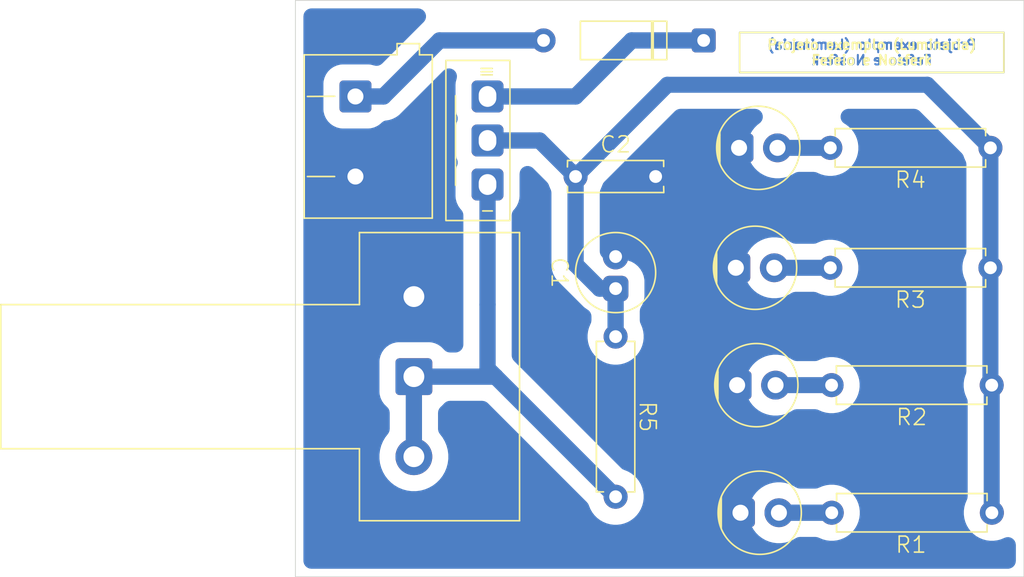
<source format=kicad_pcb>
(kicad_pcb (version 20241229) (generator "pcbnew") (generator_version "9.0")
  (title_block (title "Projeto_exemplo_ifsc_2025-1") (date "2025-05-08") (rev "Rev-1") (company "IFSC"))
  (layers (0 "F.Cu" signal) (2 "B.Cu" signal) (13 "F.Paste" user) (15 "B.Paste" user) (5 "F.SilkS" user "F.Silkscreen") (7 "B.SilkS" user "B.Silkscreen") (1 "F.Mask" user) (3 "B.Mask" user) (25 "Edge.Cuts" user))
  (net 0 "")
  (net 1 "Net-(U2-VO)")
  (net 2 "GNDREF")
  (net 3 "Net-(D1-A)")
  (net 4 "Net-(D2-A)")
  (net 5 "Net-(D3-A)")
  (net 6 "Net-(D4-A)")
  (net 7 "Net-(D5-A)")
  (net 8 "Net-(D5-K)")
  (net 9 "Net-(U2-ADJ)")
  (footprint "aaProprio:Capacitor_Ceramica_100nF" (layer "F.Cu") (at 224.9 137)
    (property "Reference" "C2" (at 0 -2 0) (layer "F.SilkS") (effects (font (thickness 0.1))))
    (property "Value" "100nF" (hide yes))
    (fp_line (start -3 -1) (end -3.011604 -0.5996) (stroke (width 0.1)) (layer "F.SilkS"))
    (fp_line (start -3 -1) (end 3 -1) (stroke (width 0.1)) (layer "F.SilkS"))
    (fp_line (start -3 1) (end -3.002681 0.630421) (stroke (width 0.1)) (layer "F.SilkS"))
    (fp_line (start 3 -1) (end 3.001992 -0.62475) (stroke (width 0.1)) (layer "F.SilkS"))
    (fp_line (start 3 1) (end -3 1) (stroke (width 0.1)) (layer "F.SilkS"))
    (fp_line (start 3.010617 1) (end 3 0.62097) (stroke (width 0.1)) (layer "F.SilkS"))
    (pad "1" thru_hole circle (at -2.5 0 180) (size 1.5 1.5) (drill 0.8) (layers "*.Cu" "*.Mask") (net 1 "Net-(U2-VO)"))
    (pad "2" thru_hole circle (at 2.5 0 180) (size 1.5 1.5) (drill 0.8) (layers "*.Cu" "*.Mask") (net 2 "GNDREF"))
  )
  (footprint "aaProprio:Led_5mm" (layer "F.Cu") (at 233.81 135.21)
    (property "Reference" "D4" (hide yes))
    (property "Value" "LED" (hide yes))
    (fp_line (start -2.5 -0.6) (end -2.5 0.6) (stroke (width 0.15)) (layer "F.SilkS"))
    (fp_line (start -2.4 -0.8) (end -2.5 -0.6) (stroke (width 0.1)) (layer "F.SilkS"))
    (fp_line (start -2.4 0.8) (end -2.5 0.6) (stroke (width 0.1)) (layer "F.SilkS"))
    (fp_line (start -2.4 1) (end -2.4 -1) (stroke (width 0.1)) (layer "F.SilkS"))
    (fp_circle (center 0 0) (end 2.6 0) (stroke (width 0.1)) (fill no) (layer "F.SilkS"))
    (pad "1" thru_hole roundrect (at -1.2 0 180) (size 1.8 1.8) (drill 1) (layers "*.Cu" "*.Mask") (roundrect_rratio 0.15) (net 2 "GNDREF"))
    (pad "2" thru_hole circle (at 1.2 0 180) (size 1.8 1.8) (drill 1) (layers "*.Cu" "*.Mask") (net 6 "Net-(D4-A)"))
  )
  (footprint "aaProprio:Regulador de Tensão LM317T - 220" (layer "F.Cu") (at 216.9 134.75 90)
    (property "Reference" "U2" (hide yes))
    (property "Value" "LM317_TO-220" (hide yes))
    (fp_line (start 2.8 -2) (end -2.8 -2) (stroke (width 0.1)) (layer "F.SilkS"))
    (fp_line (start 4.3 -0.4) (end 4.3 0.3) (stroke (width 0.1)) (layer "F.SilkS"))
    (fp_line (start 4.5 0.3) (end 4.5 -0.4) (stroke (width 0.1)) (layer "F.SilkS"))
    (fp_line (start 4.1 0.3) (end 4.1 -0.4) (stroke (width 0.1)) (layer "F.SilkS"))
    (fp_line (start -4.4 0.3) (end -4.4 -0.3) (stroke (width 0.1)) (layer "F.SilkS"))
    (fp_rect (start -5 1.4) (end 5 -2.6) (stroke (width 0.1)) (fill no) (layer "F.SilkS"))
    (pad "1" thru_hole roundrect (at -2.75 0 270) (size 2 2) (drill oval 1.3 1.1) (layers "*.Cu" "*.Mask") (roundrect_rratio 0.1666666667) (net 9 "Net-(U2-ADJ)"))
    (pad "2" thru_hole roundrect (at 0 0 270) (size 2 2) (drill oval 1.3 1.1) (layers "*.Cu" "*.Mask") (roundrect_rratio 0.1666666667) (net 1 "Net-(U2-VO)"))
    (pad "3" thru_hole roundrect (at 2.75 0 270) (size 2 2) (drill oval 1.3 1.1) (layers "*.Cu" "*.Mask") (roundrect_rratio 0.1666666667) (net 8 "Net-(D5-K)"))
  )
  (footprint "aaProprio:Led_5mm" (layer "F.Cu") (at 233.9 158)
    (property "Reference" "D1" (hide yes))
    (property "Value" "LED" (hide yes))
    (fp_line (start -2.5 -0.6) (end -2.5 0.6) (stroke (width 0.15)) (layer "F.SilkS"))
    (fp_line (start -2.4 -0.8) (end -2.5 -0.6) (stroke (width 0.1)) (layer "F.SilkS"))
    (fp_line (start -2.4 0.8) (end -2.5 0.6) (stroke (width 0.1)) (layer "F.SilkS"))
    (fp_line (start -2.4 1) (end -2.4 -1) (stroke (width 0.1)) (layer "F.SilkS"))
    (fp_circle (center 0 0) (end 2.6 0) (stroke (width 0.1)) (fill no) (layer "F.SilkS"))
    (pad "1" thru_hole roundrect (at -1.2 0 180) (size 1.8 1.8) (drill 1) (layers "*.Cu" "*.Mask") (roundrect_rratio 0.15) (net 2 "GNDREF"))
    (pad "2" thru_hole circle (at 1.2 0 180) (size 1.8 1.8) (drill 1) (layers "*.Cu" "*.Mask") (net 3 "Net-(D1-A)"))
  )
  (footprint "aaProprio:Conector KRE" (layer "F.Cu") (at 208.65 134.5 -90)
    (property "Reference" "J1" (hide yes))
    (property "Value" "Conn_01x02" (hide yes))
    (fp_line (start -5.1 3.2) (end -5.1 -2.6) (stroke (width 0.1)) (layer "F.SilkS"))
    (fp_line (start 5.1 3.2) (end -5.1 3.2) (stroke (width 0.1)) (layer "F.SilkS"))
    (fp_line (start 2.499858 1.3) (end 2.5 3) (stroke (width 0.1)) (layer "F.SilkS"))
    (fp_line (start -2.511889 1.293843) (end -2.5 3) (stroke (width 0.1)) (layer "F.SilkS"))
    (fp_line (start -5.8 -2.6) (end -5.8 -4) (stroke (width 0.1)) (layer "F.SilkS"))
    (fp_line (start -5.1 -2.6) (end -5.8 -2.6) (stroke (width 0.1)) (layer "F.SilkS"))
    (fp_line (start -5.8 -4) (end -5.1 -4) (stroke (width 0.1)) (layer "F.SilkS"))
    (fp_line (start -5.1 -4) (end -5.1 -4.8) (stroke (width 0.1)) (layer "F.SilkS"))
    (fp_line (start -5.1 -4.8) (end 5.1 -4.8) (stroke (width 0.1)) (layer "F.SilkS"))
    (fp_line (start 5.1 -4.8) (end 5.1 3.2) (stroke (width 0.1)) (layer "F.SilkS"))
    (pad "1" thru_hole roundrect (at -2.5 0 90) (size 2 2) (drill 1) (layers "*.Cu" "*.Mask") (roundrect_rratio 0.125) (net 7 "Net-(D5-A)"))
    (pad "2" thru_hole circle (at 2.5 0 90) (size 2 2) (drill 1) (layers "*.Cu" "*.Mask") (net 2 "GNDREF"))
  )
  (footprint "aaProprio:Resistor_330_1_4W" (layer "F.Cu") (at 243.4 158 180)
    (property "Reference" "R1" (at 0.05 -2 0) (layer "F.SilkS") (effects (font (thickness 0.1))))
    (property "Value" "330" (hide yes))
    (fp_line (start 4.7 1.2) (end 4.696381 0.757502) (stroke (width 0.1)) (layer "F.SilkS"))
    (fp_line (start 4.7 1.2) (end -4.7 1.2) (stroke (width 0.1)) (layer "F.SilkS"))
    (fp_line (start 4.7 -1.2) (end 4.699162 -0.746723) (stroke (width 0.1)) (layer "F.SilkS"))
    (fp_line (start -4.7 1.2) (end -4.700648 0.759221) (stroke (width 0.1)) (layer "F.SilkS"))
    (fp_line (start -4.7 -1.2) (end 4.7 -1.2) (stroke (width 0.1)) (layer "F.SilkS"))
    (fp_line (start -4.7 -1.2) (end -4.700648 -0.74402) (stroke (width 0.1)) (layer "F.SilkS"))
    (pad "1" thru_hole circle (at -5 0) (size 1.5 1.5) (drill 0.8) (layers "*.Cu" "*.Mask") (net 1 "Net-(U2-VO)"))
    (pad "2" thru_hole circle (at 5 0) (size 1.5 1.5) (drill 0.8) (layers "*.Cu" "*.Mask") (net 3 "Net-(D1-A)"))
  )
  (footprint "aaProprio:Resistor_330_1_4W" (layer "F.Cu") (at 243.31 135.21 180)
    (property "Reference" "R4" (at 0 -2 0) (layer "F.SilkS") (effects (font (thickness 0.1))))
    (property "Value" "330" (hide yes))
    (fp_line (start 4.7 1.2) (end 4.696381 0.757502) (stroke (width 0.1)) (layer "F.SilkS"))
    (fp_line (start 4.7 1.2) (end -4.7 1.2) (stroke (width 0.1)) (layer "F.SilkS"))
    (fp_line (start 4.7 -1.2) (end 4.699162 -0.746723) (stroke (width 0.1)) (layer "F.SilkS"))
    (fp_line (start -4.7 1.2) (end -4.700648 0.759221) (stroke (width 0.1)) (layer "F.SilkS"))
    (fp_line (start -4.7 -1.2) (end 4.7 -1.2) (stroke (width 0.1)) (layer "F.SilkS"))
    (fp_line (start -4.7 -1.2) (end -4.700648 -0.74402) (stroke (width 0.1)) (layer "F.SilkS"))
    (pad "1" thru_hole circle (at -5 0) (size 1.5 1.5) (drill 0.8) (layers "*.Cu" "*.Mask") (net 1 "Net-(U2-VO)"))
    (pad "2" thru_hole circle (at 5 0) (size 1.5 1.5) (drill 0.8) (layers "*.Cu" "*.Mask") (net 6 "Net-(D4-A)"))
  )
  (footprint "aaProprio:Resistor_220_1_4W" (layer "F.Cu") (at 224.9 152 -90)
    (property "Reference" "R5" (at 0 -2 270) (layer "F.SilkS") (effects (font (thickness 0.1))))
    (property "Value" "220" (hide yes))
    (fp_line (start -4.7 1.2) (end -4.700648 0.759221) (stroke (width 0.1)) (layer "F.SilkS"))
    (fp_line (start 4.7 1.2) (end -4.7 1.2) (stroke (width 0.1)) (layer "F.SilkS"))
    (fp_line (start 4.7 1.2) (end 4.696381 0.757502) (stroke (width 0.1)) (layer "F.SilkS"))
    (fp_line (start -4.7 -1.2) (end -4.700648 -0.74402) (stroke (width 0.1)) (layer "F.SilkS"))
    (fp_line (start -4.7 -1.2) (end 4.7 -1.2) (stroke (width 0.1)) (layer "F.SilkS"))
    (fp_line (start 4.7 -1.2) (end 4.699162 -0.746723) (stroke (width 0.1)) (layer "F.SilkS"))
    (pad "1" thru_hole circle (at -5 0 90) (size 1.5 1.5) (drill 0.8) (layers "*.Cu" "*.Mask") (net 1 "Net-(U2-VO)"))
    (pad "2" thru_hole circle (at 5 0 90) (size 1.5 1.5) (drill 0.8) (layers "*.Cu" "*.Mask") (net 9 "Net-(U2-ADJ)"))
  )
  (footprint "aaProprio:Led_5mm" (layer "F.Cu") (at 233.69 150.03)
    (property "Reference" "D2" (hide yes))
    (property "Value" "LED" (hide yes))
    (fp_line (start -2.5 -0.6) (end -2.5 0.6) (stroke (width 0.15)) (layer "F.SilkS"))
    (fp_line (start -2.4 -0.8) (end -2.5 -0.6) (stroke (width 0.1)) (layer "F.SilkS"))
    (fp_line (start -2.4 0.8) (end -2.5 0.6) (stroke (width 0.1)) (layer "F.SilkS"))
    (fp_line (start -2.4 1) (end -2.4 -1) (stroke (width 0.1)) (layer "F.SilkS"))
    (fp_circle (center 0 0) (end 2.6 0) (stroke (width 0.1)) (fill no) (layer "F.SilkS"))
    (pad "1" thru_hole roundrect (at -1.2 0 180) (size 1.8 1.8) (drill 1) (layers "*.Cu" "*.Mask") (roundrect_rratio 0.15) (net 2 "GNDREF"))
    (pad "2" thru_hole circle (at 1.2 0 180) (size 1.8 1.8) (drill 1) (layers "*.Cu" "*.Mask") (net 4 "Net-(D2-A)"))
  )
  (footprint "aaProprio:Potenciometro_2k" (layer "F.Cu") (at 213.9 149.5 -90)
    (property "Reference" "RV1" (hide yes))
    (property "Value" "2k" (hide yes))
    (fp_line (start -4.5 27.4) (end 4.5 27.4) (stroke (width 0.1)) (layer "F.SilkS"))
    (fp_line (start 4.5 27.4) (end 4.5 5) (stroke (width 0.1)) (layer "F.SilkS"))
    (fp_line (start -9 5) (end -4.5 5) (stroke (width 0.1)) (layer "F.SilkS"))
    (fp_line (start -4.5 5) (end -4.5 27.4) (stroke (width 0.1)) (layer "F.SilkS"))
    (fp_line (start 4.5 5) (end 9 5) (stroke (width 0.1)) (layer "F.SilkS"))
    (fp_line (start 9 5) (end 9 -5) (stroke (width 0.1)) (layer "F.SilkS"))
    (fp_line (start -9 -5) (end -9 5) (stroke (width 0.1)) (layer "F.SilkS"))
    (fp_line (start 9 -5) (end -9 -5) (stroke (width 0.1)) (layer "F.SilkS"))
    (pad "1" thru_hole circle (at -5 1.6 90) (size 2.3 2.3) (drill 1.3) (layers "*.Cu" "*.Mask") (net 2 "GNDREF"))
    (pad "2" thru_hole roundrect (at 0 1.6 90) (size 2.3 2.3) (drill 1.3) (layers "*.Cu" "*.Mask") (roundrect_rratio 0.1086956522) (net 9 "Net-(U2-ADJ)"))
    (pad "3" thru_hole circle (at 5 1.6 90) (size 2.3 2.3) (drill 1.3) (layers "*.Cu" "*.Mask") (net 9 "Net-(U2-ADJ)"))
  )
  (footprint "aaProprio:Capacitor Eletrolítico" (layer "F.Cu") (at 224.9 143 90)
    (property "Reference" "C1" (at 0 -3.5 270) (layer "F.SilkS") (effects (font (thickness 0.1))))
    (property "Value" "10µF" (hide yes))
    (fp_circle (center 0 0) (end 2.501999 0) (stroke (width 0.1)) (fill no) (layer "F.SilkS"))
    (pad "1" thru_hole roundrect (at -1 0 270) (size 1.6 1.6) (drill 0.8) (layers "*.Cu" "*.Mask") (net 1 "Net-(U2-VO)"))
    (pad "2" thru_hole circle (at 1 0 270) (size 1.6 1.6) (drill 0.8) (layers "*.Cu" "*.Mask") (net 2 "GNDREF"))
  )
  (footprint "aaProprio:Resistor_330_1_4W" (layer "F.Cu") (at 243.31 142.7 180)
    (property "Reference" "R3" (at 0 -2 0) (layer "F.SilkS") (effects (font (thickness 0.1))))
    (property "Value" "330" (hide yes))
    (fp_line (start 4.7 1.2) (end 4.696381 0.757502) (stroke (width 0.1)) (layer "F.SilkS"))
    (fp_line (start 4.7 1.2) (end -4.7 1.2) (stroke (width 0.1)) (layer "F.SilkS"))
    (fp_line (start 4.7 -1.2) (end 4.699162 -0.746723) (stroke (width 0.1)) (layer "F.SilkS"))
    (fp_line (start -4.7 1.2) (end -4.700648 0.759221) (stroke (width 0.1)) (layer "F.SilkS"))
    (fp_line (start -4.7 -1.2) (end 4.7 -1.2) (stroke (width 0.1)) (layer "F.SilkS"))
    (fp_line (start -4.7 -1.2) (end -4.700648 -0.74402) (stroke (width 0.1)) (layer "F.SilkS"))
    (pad "1" thru_hole circle (at -5 0) (size 1.5 1.5) (drill 0.8) (layers "*.Cu" "*.Mask") (net 1 "Net-(U2-VO)"))
    (pad "2" thru_hole circle (at 5 0) (size 1.5 1.5) (drill 0.8) (layers "*.Cu" "*.Mask") (net 5 "Net-(D3-A)"))
  )
  (footprint "aaProprio:Diodo_1N4007" (layer "F.Cu") (at 225.4 128.5 180)
    (property "Reference" "D5" (hide yes))
    (property "Value" "1N4007" (hide yes))
    (fp_line (start -1.8 1.1) (end -1.8 -1.1) (stroke (width 0.2)) (layer "F.SilkS"))
    (fp_rect (start -2.7 -1.2) (end 2.7 1.2) (stroke (width 0.1)) (fill no) (layer "F.SilkS"))
    (pad "1" thru_hole roundrect (at -5 0) (size 1.5 1.5) (drill 0.8) (layers "*.Cu" "*.Mask") (roundrect_rratio 0.1666666667) (net 8 "Net-(D5-K)"))
    (pad "2" thru_hole circle (at 5 0) (size 1.5 1.5) (drill 0.8) (layers "*.Cu" "*.Mask") (net 7 "Net-(D5-A)"))
  )
  (footprint "aaProprio:Led_5mm" (layer "F.Cu") (at 233.61 142.7)
    (property "Reference" "D3" (hide yes))
    (property "Value" "LED" (hide yes))
    (fp_line (start -2.5 -0.6) (end -2.5 0.6) (stroke (width 0.15)) (layer "F.SilkS"))
    (fp_line (start -2.4 -0.8) (end -2.5 -0.6) (stroke (width 0.1)) (layer "F.SilkS"))
    (fp_line (start -2.4 0.8) (end -2.5 0.6) (stroke (width 0.1)) (layer "F.SilkS"))
    (fp_line (start -2.4 1) (end -2.4 -1) (stroke (width 0.1)) (layer "F.SilkS"))
    (fp_circle (center 0 0) (end 2.6 0) (stroke (width 0.1)) (fill no) (layer "F.SilkS"))
    (pad "1" thru_hole roundrect (at -1.2 0 180) (size 1.8 1.8) (drill 1) (layers "*.Cu" "*.Mask") (roundrect_rratio 0.15) (net 2 "GNDREF"))
    (pad "2" thru_hole circle (at 1.2 0 180) (size 1.8 1.8) (drill 1) (layers "*.Cu" "*.Mask") (net 5 "Net-(D3-A)"))
  )
  (footprint "aaProprio:Resistor_330_1_4W" (layer "F.Cu") (at 243.39 150.03 180)
    (property "Reference" "R2" (at 0 -2 0) (layer "F.SilkS") (effects (font (thickness 0.1))))
    (property "Value" "330" (hide yes))
    (fp_line (start 4.7 1.2) (end 4.696381 0.757502) (stroke (width 0.1)) (layer "F.SilkS"))
    (fp_line (start 4.7 1.2) (end -4.7 1.2) (stroke (width 0.1)) (layer "F.SilkS"))
    (fp_line (start 4.7 -1.2) (end 4.699162 -0.746723) (stroke (width 0.1)) (layer "F.SilkS"))
    (fp_line (start -4.7 1.2) (end -4.700648 0.759221) (stroke (width 0.1)) (layer "F.SilkS"))
    (fp_line (start -4.7 -1.2) (end 4.7 -1.2) (stroke (width 0.1)) (layer "F.SilkS"))
    (fp_line (start -4.7 -1.2) (end -4.700648 -0.74402) (stroke (width 0.1)) (layer "F.SilkS"))
    (pad "1" thru_hole circle (at -5 0) (size 1.5 1.5) (drill 0.8) (layers "*.Cu" "*.Mask") (net 1 "Net-(U2-VO)"))
    (pad "2" thru_hole circle (at 5 0) (size 1.5 1.5) (drill 0.8) (layers "*.Cu" "*.Mask") (net 4 "Net-(D2-A)"))
  )
  (gr_rect (start 204.9 126) (end 250.4 162) (stroke (width 0.05)) (fill no) (layer "Edge.Cuts"))
  (gr_text_box "Projeto exemplo (Luminaria)\nFefeio e Nosferk" (start 232.65 128) (end 249.15 130.5) (margins 1.0025 1.0025 1.0025 1.0025) (layer "B.Cu") (effects (font (size 0.6 0.6) (thickness 0.125) (bold yes)) (justify mirror)) (border yes) (stroke (width 0.1)))
  (gr_text_box "Projeto exemplo (Luminaria)\nFefeio e Nosferk\n" (start 232.65 128) (end 249.15 130.5) (margins 1.0025 1.0025 1.0025 1.0025) (layer "F.SilkS") (effects (font (size 0.6 0.6) (thickness 0.125) (bold yes))) (border yes) (stroke (width 0.1)))
  (segment (start 244.37 131.27) (end 228.13 131.27) (width 1) (layer "B.Cu") (net 1))
  (segment (start 220.15 134.75) (end 216.9 134.75) (width 1.016) (layer "B.Cu") (net 1))
  (segment (start 222.4 137) (end 220.15 134.75) (width 1.016) (layer "B.Cu") (net 1))
  (segment (start 228.13 131.27) (end 222.4 137) (width 1) (layer "B.Cu") (net 1))
  (segment (start 248.39 150.03) (end 248.39 157.99) (width 1) (layer "B.Cu") (net 1))
  (segment (start 222.4 142.5) (end 222.4 137) (width 1.016) (layer "B.Cu") (net 1))
  (segment (start 224.9 144) (end 223.9 144) (width 1.016) (layer "B.Cu") (net 1))
  (segment (start 248.39 157.99) (end 248.4 158) (width 1) (layer "B.Cu") (net 1))
  (segment (start 248.31 149.95) (end 248.39 150.03) (width 1) (layer "B.Cu") (net 1))
  (segment (start 248.31 135.21) (end 244.37 131.27) (width 1) (layer "B.Cu") (net 1))
  (segment (start 223.9 144) (end 222.4 142.5) (width 1.016) (layer "B.Cu") (net 1))
  (segment (start 248.31 135.21) (end 248.31 142.7) (width 1) (layer "B.Cu") (net 1))
  (segment (start 224.9 144) (end 224.9 147) (width 1.016) (layer "B.Cu") (net 1))
  (segment (start 248.31 142.7) (end 248.31 149.95) (width 1) (layer "B.Cu") (net 1))
  (segment (start 235.1 158) (end 238.4 158) (width 1.016) (layer "B.Cu") (net 3))
  (segment (start 238.39 150.03) (end 234.89 150.03) (width 1) (layer "B.Cu") (net 4))
  (segment (start 234.81 142.7) (end 238.31 142.7) (width 1) (layer "B.Cu") (net 5))
  (segment (start 238.31 135.21) (end 235.01 135.21) (width 1) (layer "B.Cu") (net 6))
  (segment (start 210.4 132) (end 208.65 132) (width 1.016) (layer "B.Cu") (net 7))
  (segment (start 213.9 128.5) (end 210.4 132) (width 1.016) (layer "B.Cu") (net 7))
  (segment (start 213.9 128.5) (end 220.4 128.5) (width 1.016) (layer "B.Cu") (net 7))
  (segment (start 225.9 128.5) (end 230.4 128.5) (width 1.016) (layer "B.Cu") (net 8))
  (segment (start 222.4 132) (end 216.9 132) (width 1.016) (layer "B.Cu") (net 8))
  (segment (start 225.9 128.5) (end 222.4 132) (width 1.016) (layer "B.Cu") (net 8))
  (segment (start 216.9 145) (end 216.9 137.5) (width 1.016) (layer "B.Cu") (net 9))
  (segment (start 216.9 149) (end 216.9 145) (width 1.016) (layer "B.Cu") (net 9))
  (segment (start 217.4 149.5) (end 216.9 149) (width 1.016) (layer "B.Cu") (net 9))
  (segment (start 212.3 149.5) (end 217.4 149.5) (width 1.016) (layer "B.Cu") (net 9))
  (segment (start 212.3 149.5) (end 212.3 154.5) (width 1.016) (layer "B.Cu") (net 9))
  (segment (start 217.4 149.5) (end 224.9 157) (width 1.016) (layer "B.Cu") (net 9))
  (zone (net 2) (net_name "GNDREF") (layer "B.Cu") (connect_pads yes (clearance 1)) (min_thickness 1) (fill yes (thermal_gap 1) (thermal_bridge_width 1))
    (polygon (pts (xy 250.15 161.75) (xy 250.15 126.25) (xy 205.15 126.25) (xy 205.15 161.75)))
  )
)
</source>
